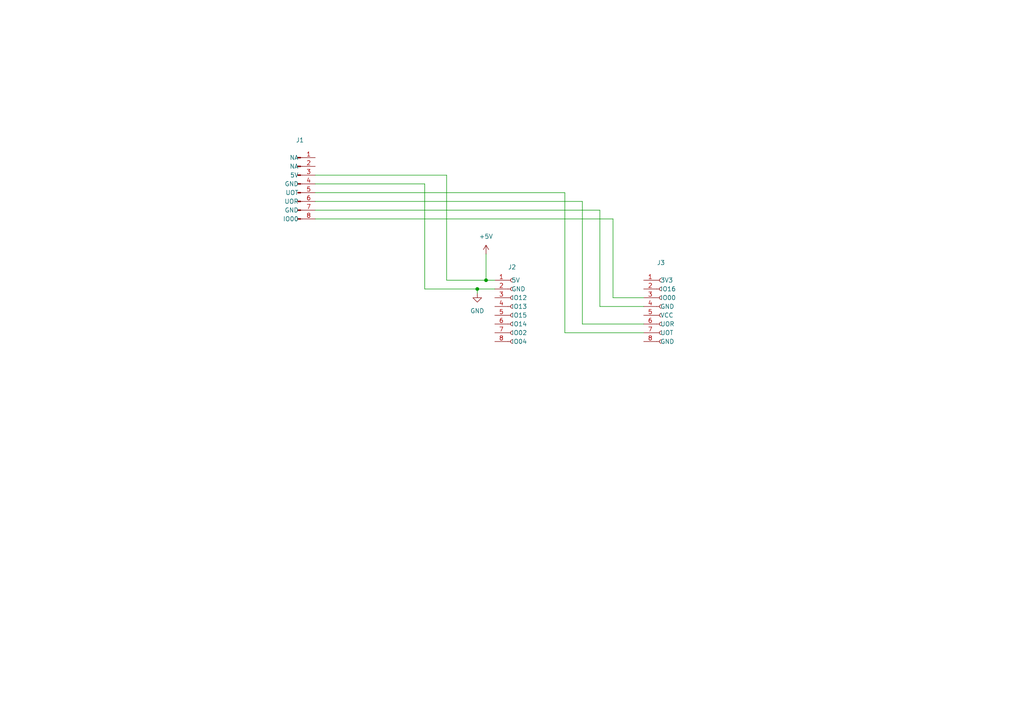
<source format=kicad_sch>
(kicad_sch (version 20230121) (generator eeschema)
  (paper "A4")
  (lib_symbols
    (symbol "Conn_01x08_Socket_1" (pin_names (offset 1.016))
      (property "Reference" "J3" (at 1.27 0 0))
      (property "Value" "Conn_01x08_Socket" (at 1.27 -2.54 0))
      (symbol "Conn_01x08_Socket_1_1_1"
        (arc (start 0 -9.652) (mid -0.5058 -10.16) (end 0 -10.668) (stroke (width 0.1524)))
        (arc (start 0 -7.112) (mid -0.5058 -7.62) (end 0 -8.128) (stroke (width 0.1524)))
        (arc (start 0 -4.572) (mid -0.5058 -5.08) (end 0 -5.588) (stroke (width 0.1524)))
        (arc (start 0 -2.032) (mid -0.5058 -2.54) (end 0 -3.048) (stroke (width 0.1524)))
        (polyline (pts (xy -1.27 -10.16) (xy -0.508 -10.16)) (stroke (width 0.1524)))
        (polyline (pts (xy -1.27 -7.62) (xy -0.508 -7.62)) (stroke (width 0.1524)))
        (polyline (pts (xy -1.27 -5.08) (xy -0.508 -5.08)) (stroke (width 0.1524)))
        (polyline (pts (xy -1.27 -2.54) (xy -0.508 -2.54)) (stroke (width 0.1524)))
        (polyline (pts (xy -1.27 0) (xy -0.508 0)) (stroke (width 0.1524)))
        (polyline (pts (xy -1.27 2.54) (xy -0.508 2.54)) (stroke (width 0.1524)))
        (polyline (pts (xy -1.27 5.08) (xy -0.508 5.08)) (stroke (width 0.1524)))
        (polyline (pts (xy -1.27 7.62) (xy -0.508 7.62)) (stroke (width 0.1524)))
        (arc (start 0 0.508) (mid -0.5058 0) (end 0 -0.508) (stroke (width 0.1524)))
        (arc (start 0 3.048) (mid -0.5058 2.54) (end 0 2.032) (stroke (width 0.1524)))
        (arc (start 0 5.588) (mid -0.5058 5.08) (end 0 4.572) (stroke (width 0.1524)))
        (arc (start 0 8.128) (mid -0.5058 7.62) (end 0 7.112) (stroke (width 0.1524)))
        (pin passive line (at -5.08 7.62 0) (length 3.81) (name "3V3") (number "1"))
        (pin passive line (at -5.08 5.08 0) (length 3.81) (name "IO16") (number "2"))
        (pin passive line (at -5.08 2.54 0) (length 3.81) (name "IO00") (number "3"))
        (pin passive line (at -5.08 0 0) (length 3.81) (name "GND") (number "4"))
        (pin passive line (at -5.08 -2.54 0) (length 3.81) (name "VCC") (number "5"))
        (pin passive line (at -5.08 -5.08 0) (length 3.81) (name "UOR") (number "6"))
        (pin passive line (at -5.08 -7.62 0) (length 3.81) (name "UOT") (number "7"))
        (pin passive line (at -5.08 -10.16 0) (length 3.81) (name "GND") (number "8"))
      )
    )
    (symbol "Connector:Conn_01x08_Pin" (pin_names (offset 1.016))
      (property "Reference" "J1" (at 0.635 12.7 0))
      (symbol "Conn_01x08_Pin_1_1"
        (polyline (pts (xy 1.27 -10.16) (xy 0.8636 -10.16)) (stroke (width 0.1524)))
        (polyline (pts (xy 1.27 -7.62) (xy 0.8636 -7.62)) (stroke (width 0.1524)))
        (polyline (pts (xy 1.27 -5.08) (xy 0.8636 -5.08)) (stroke (width 0.1524)))
        (polyline (pts (xy 1.27 -2.54) (xy 0.8636 -2.54)) (stroke (width 0.1524)))
        (polyline (pts (xy 1.27 0) (xy 0.8636 0)) (stroke (width 0.1524)))
        (polyline (pts (xy 1.27 2.54) (xy 0.8636 2.54)) (stroke (width 0.1524)))
        (polyline (pts (xy 1.27 5.08) (xy 0.8636 5.08)) (stroke (width 0.1524)))
        (polyline (pts (xy 1.27 7.62) (xy 0.8636 7.62)) (stroke (width 0.1524)))
        (rectangle (start 0.8636 -10.033) (end 0 -10.287) (stroke (width 0.1524)) (fill (type outline)))
        (rectangle (start 0.8636 -7.493) (end 0 -7.747) (stroke (width 0.1524)) (fill (type outline)))
        (rectangle (start 0.8636 -4.953) (end 0 -5.207) (stroke (width 0.1524)) (fill (type outline)))
        (rectangle (start 0.8636 -2.413) (end 0 -2.667) (stroke (width 0.1524)) (fill (type outline)))
        (rectangle (start 0.8636 0.127) (end 0 -0.127) (stroke (width 0.1524)) (fill (type outline)))
        (rectangle (start 0.8636 2.667) (end 0 2.413) (stroke (width 0.1524)) (fill (type outline)))
        (rectangle (start 0.8636 5.207) (end 0 4.953) (stroke (width 0.1524)) (fill (type outline)))
        (rectangle (start 0.8636 7.747) (end 0 7.493) (stroke (width 0.1524)) (fill (type outline)))
        (pin passive line (at 5.08 7.62 180) (length 3.81) (name "NA") (number "1"))
        (pin passive line (at 5.08 5.08 180) (length 3.81) (name "NA") (number "2"))
        (pin passive line (at 5.08 2.54 180) (length 3.81) (name "5V") (number "3"))
        (pin passive line (at 5.08 0 180) (length 3.81) (name "GND") (number "4"))
        (pin passive line (at 5.08 -2.54 180) (length 3.81) (name "UOT") (number "5"))
        (pin passive line (at 5.08 -5.08 180) (length 3.81) (name "UOR") (number "6"))
        (pin passive line (at 5.08 -7.62 180) (length 3.81) (name "GND") (number "7"))
        (pin passive line (at 5.08 -10.16 180) (length 3.81) (name "IO00") (number "8"))
      )
    )
    (symbol "Connector:Conn_01x08_Socket" (pin_names (offset 1.016))
      (property "Reference" "J2" (at 1.27 0 0))
      (property "Value" "Conn_01x08_Socket" (at 1.27 -2.54 0))
      (symbol "Conn_01x08_Socket_1_1"
        (arc (start 0 -9.652) (mid -0.5058 -10.16) (end 0 -10.668) (stroke (width 0.1524)))
        (arc (start 0 -7.112) (mid -0.5058 -7.62) (end 0 -8.128) (stroke (width 0.1524)))
        (arc (start 0 -4.572) (mid -0.5058 -5.08) (end 0 -5.588) (stroke (width 0.1524)))
        (arc (start 0 -2.032) (mid -0.5058 -2.54) (end 0 -3.048) (stroke (width 0.1524)))
        (polyline (pts (xy -1.27 -10.16) (xy -0.508 -10.16)) (stroke (width 0.1524)))
        (polyline (pts (xy -1.27 -7.62) (xy -0.508 -7.62)) (stroke (width 0.1524)))
        (polyline (pts (xy -1.27 -5.08) (xy -0.508 -5.08)) (stroke (width 0.1524)))
        (polyline (pts (xy -1.27 -2.54) (xy -0.508 -2.54)) (stroke (width 0.1524)))
        (polyline (pts (xy -1.27 0) (xy -0.508 0)) (stroke (width 0.1524)))
        (polyline (pts (xy -1.27 2.54) (xy -0.508 2.54)) (stroke (width 0.1524)))
        (polyline (pts (xy -1.27 5.08) (xy -0.508 5.08)) (stroke (width 0.1524)))
        (polyline (pts (xy -1.27 7.62) (xy -0.508 7.62)) (stroke (width 0.1524)))
        (arc (start 0 0.508) (mid -0.5058 0) (end 0 -0.508) (stroke (width 0.1524)))
        (arc (start 0 3.048) (mid -0.5058 2.54) (end 0 2.032) (stroke (width 0.1524)))
        (arc (start 0 5.588) (mid -0.5058 5.08) (end 0 4.572) (stroke (width 0.1524)))
        (arc (start 0 8.128) (mid -0.5058 7.62) (end 0 7.112) (stroke (width 0.1524)))
        (pin passive line (at -5.08 7.62 0) (length 3.81) (name "5V") (number "1"))
        (pin passive line (at -5.08 5.08 0) (length 3.81) (name "GND") (number "2"))
        (pin passive line (at -5.08 2.54 0) (length 3.81) (name "IO12") (number "3"))
        (pin passive line (at -5.08 0 0) (length 3.81) (name "IO13") (number "4"))
        (pin passive line (at -5.08 -2.54 0) (length 3.81) (name "IO15") (number "5"))
        (pin passive line (at -5.08 -5.08 0) (length 3.81) (name "IO14") (number "6"))
        (pin passive line (at -5.08 -7.62 0) (length 3.81) (name "IO02") (number "7"))
        (pin passive line (at -5.08 -10.16 0) (length 3.81) (name "IO04") (number "8"))
      )
    )
    (symbol "power:+5V" (power) (pin_names (offset 0))
      (property "Value" "+5V" (at 0 3.556 0))
      (symbol "+5V_0_1"
        (polyline (pts (xy -0.762 1.27) (xy 0 2.54)))
        (polyline (pts (xy 0 0) (xy 0 2.54)))
        (polyline (pts (xy 0 2.54) (xy 0.762 1.27)))
      )
      (symbol "+5V_1_1"
        (pin power_in line (at 0 0 90) (length 0) hide (name "+5V") (number "1"))
      )
    )
    (symbol "power:GND" (power) (pin_names (offset 0))
      (property "Value" "GND" (at 0 -3.81 0))
      (symbol "GND_0_1"
        (polyline (pts (xy 0 0) (xy 0 -1.27) (xy 1.27 -1.27) (xy 0 -2.54) (xy -1.27 -1.27) (xy 0 -1.27)))
      )
      (symbol "GND_1_1"
        (pin power_in line (at 0 0 270) (length 0) hide (name "GND") (number "1"))
      )
    )
  )
  (junction (at 140.97 81.28))
  (junction (at 138.43 83.82))
  (wire (pts (xy 129.54 81.28) (xy 140.97 81.28)))
  (wire (pts (xy 168.91 58.42) (xy 168.91 93.98)))
  (wire (pts (xy 123.19 53.34) (xy 91.44 53.34)))
  (wire (pts (xy 143.51 83.82) (xy 138.43 83.82)))
  (wire (pts (xy 123.19 83.82) (xy 123.19 53.34)))
  (wire (pts (xy 163.83 55.88) (xy 91.44 55.88)))
  (wire (pts (xy 129.54 50.8) (xy 91.44 50.8)))
  (wire (pts (xy 163.83 55.88) (xy 163.83 96.52)))
  (wire (pts (xy 91.44 63.5) (xy 177.8 63.5)))
  (wire (pts (xy 173.99 88.9) (xy 186.69 88.9)))
  (wire (pts (xy 138.43 83.82) (xy 138.43 85.09)))
  (wire (pts (xy 91.44 58.42) (xy 168.91 58.42)))
  (wire (pts (xy 168.91 93.98) (xy 186.69 93.98)))
  (wire (pts (xy 177.8 86.36) (xy 177.8 63.5)))
  (wire (pts (xy 173.99 60.96) (xy 173.99 88.9)))
  (wire (pts (xy 186.69 86.36) (xy 177.8 86.36)))
  (wire (pts (xy 173.99 60.96) (xy 91.44 60.96)))
  (wire (pts (xy 140.97 73.66) (xy 140.97 81.28)))
  (wire (pts (xy 129.54 81.28) (xy 129.54 50.8)))
  (wire (pts (xy 138.43 83.82) (xy 123.19 83.82)))
  (wire (pts (xy 163.83 96.52) (xy 186.69 96.52)))
  (wire (pts (xy 140.97 81.28) (xy 143.51 81.28)))
  (symbol (lib_id "Connector:Conn_01x08_Pin") (at 86.36 53.34 0) (unit 1)
    (property "Reference" "J1" (at 86.995 40.64 0))
    (property "Value" "Conn_01x08_Pin" (effects hide))
    (property "Footprint" "Connector_PinHeader_2.54mm:PinHeader_1x08_P2.54mm_Horizontal" (effects hide))
  )
  (symbol (lib_id "power:+5V") (at 140.97 73.66 0) (unit 1)
    (property "Reference" "#PWR01" (effects hide))
    (property "Value" "+5V" (at 140.97 68.58 0))
  )
  (symbol (lib_id "power:GND") (at 138.43 85.09 0) (unit 1)
    (property "Reference" "#PWR02" (effects hide))
    (property "Value" "GND" (at 138.43 90.17 0))
  )
  (symbol (lib_name "Conn_01x08_Socket_1") (lib_id "Connector:Conn_01x08_Socket") (at 191.77 88.9 0) (unit 1)
    (property "Reference" "J3" (at 190.5 76.2 0) (effects (justify left)))
    (property "Value" "Conn_01x08_Socket" (effects hide))
    (property "Footprint" "Connector_PinSocket_2.54mm:PinSocket_1x08_P2.54mm_Vertical" (effects hide))
  )
  (symbol (lib_id "Connector:Conn_01x08_Socket") (at 148.59 88.9 0) (unit 1)
    (property "Reference" "J2" (at 147.32 77.47 0) (effects (justify left)))
    (property "Value" "Conn_01x08_Socket" (effects hide))
    (property "Footprint" "Connector_PinSocket_2.54mm:PinSocket_1x08_P2.54mm_Vertical" (effects hide))
  )
)
</source>
